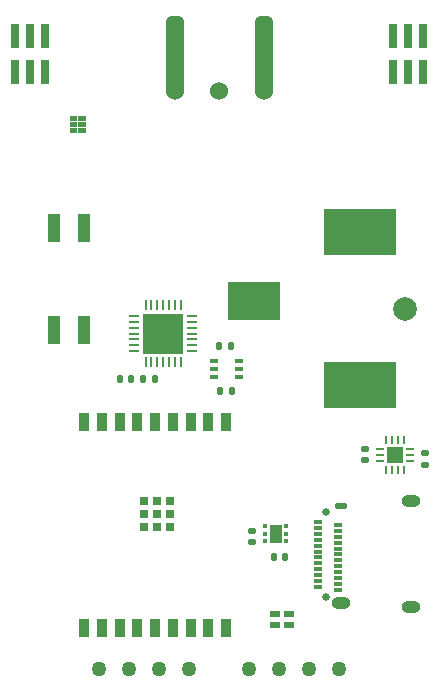
<source format=gbr>
%TF.GenerationSoftware,KiCad,Pcbnew,7.0.5*%
%TF.CreationDate,2023-06-26T09:37:40-04:00*%
%TF.ProjectId,ESP32Sensor-Sensor_board,45535033-3253-4656-9e73-6f722d53656e,rev?*%
%TF.SameCoordinates,Original*%
%TF.FileFunction,Soldermask,Top*%
%TF.FilePolarity,Negative*%
%FSLAX46Y46*%
G04 Gerber Fmt 4.6, Leading zero omitted, Abs format (unit mm)*
G04 Created by KiCad (PCBNEW 7.0.5) date 2023-06-26 09:37:40*
%MOMM*%
%LPD*%
G01*
G04 APERTURE LIST*
G04 Aperture macros list*
%AMRoundRect*
0 Rectangle with rounded corners*
0 $1 Rounding radius*
0 $2 $3 $4 $5 $6 $7 $8 $9 X,Y pos of 4 corners*
0 Add a 4 corners polygon primitive as box body*
4,1,4,$2,$3,$4,$5,$6,$7,$8,$9,$2,$3,0*
0 Add four circle primitives for the rounded corners*
1,1,$1+$1,$2,$3*
1,1,$1+$1,$4,$5*
1,1,$1+$1,$6,$7*
1,1,$1+$1,$8,$9*
0 Add four rect primitives between the rounded corners*
20,1,$1+$1,$2,$3,$4,$5,0*
20,1,$1+$1,$4,$5,$6,$7,0*
20,1,$1+$1,$6,$7,$8,$9,0*
20,1,$1+$1,$8,$9,$2,$3,0*%
G04 Aperture macros list end*
%ADD10RoundRect,0.140000X0.140000X0.170000X-0.140000X0.170000X-0.140000X-0.170000X0.140000X-0.170000X0*%
%ADD11RoundRect,0.135000X0.135000X0.185000X-0.135000X0.185000X-0.135000X-0.185000X0.135000X-0.185000X0*%
%ADD12C,0.650000*%
%ADD13O,1.100000X0.500000*%
%ADD14R,0.700000X0.300000*%
%ADD15O,1.600000X1.000000*%
%ADD16R,0.782500X0.355600*%
%ADD17RoundRect,0.093750X-0.093750X-0.106250X0.093750X-0.106250X0.093750X0.106250X-0.093750X0.106250X0*%
%ADD18R,1.000000X1.600000*%
%ADD19RoundRect,0.135000X-0.135000X-0.185000X0.135000X-0.185000X0.135000X0.185000X-0.135000X0.185000X0*%
%ADD20R,0.760000X2.030000*%
%ADD21R,0.550000X0.300000*%
%ADD22R,0.520000X0.300000*%
%ADD23RoundRect,0.062500X0.275000X0.062500X-0.275000X0.062500X-0.275000X-0.062500X0.275000X-0.062500X0*%
%ADD24RoundRect,0.062500X0.062500X0.275000X-0.062500X0.275000X-0.062500X-0.275000X0.062500X-0.275000X0*%
%ADD25R,1.450000X1.450000*%
%ADD26RoundRect,0.140000X-0.170000X0.140000X-0.170000X-0.140000X0.170000X-0.140000X0.170000X0.140000X0*%
%ADD27R,0.863600X0.508000*%
%ADD28RoundRect,0.062500X-0.337500X-0.062500X0.337500X-0.062500X0.337500X0.062500X-0.337500X0.062500X0*%
%ADD29RoundRect,0.062500X-0.062500X-0.337500X0.062500X-0.337500X0.062500X0.337500X-0.062500X0.337500X0*%
%ADD30R,3.350000X3.350000*%
%ADD31C,1.270000*%
%ADD32C,2.000000*%
%ADD33R,4.400000X3.300000*%
%ADD34R,6.200000X3.900000*%
%ADD35R,1.130000X2.440000*%
%ADD36RoundRect,0.381000X-0.381000X-2.794000X0.381000X-2.794000X0.381000X2.794000X-0.381000X2.794000X0*%
%ADD37C,1.524000*%
%ADD38R,0.889000X1.498600*%
%ADD39R,0.711200X0.711200*%
G04 APERTURE END LIST*
%TO.C,U6*%
G36*
X-11978000Y-11404001D02*
G01*
X-12638001Y-11404001D01*
X-12638001Y-10963999D01*
X-11978000Y-10963999D01*
X-11978000Y-11404001D01*
G37*
G36*
X-11978000Y-11904000D02*
G01*
X-12638001Y-11904000D01*
X-12638001Y-11464000D01*
X-11978000Y-11464000D01*
X-11978000Y-11904000D01*
G37*
G36*
X-11978000Y-12404001D02*
G01*
X-12638001Y-12404001D01*
X-12638001Y-11963999D01*
X-11978000Y-11963999D01*
X-11978000Y-12404001D01*
G37*
G36*
X-11237999Y-11404001D02*
G01*
X-11898000Y-11404001D01*
X-11898000Y-10963999D01*
X-11237999Y-10963999D01*
X-11237999Y-11404001D01*
G37*
G36*
X-11237999Y-11904000D02*
G01*
X-11898000Y-11904000D01*
X-11898000Y-11464000D01*
X-11237999Y-11464000D01*
X-11237999Y-11904000D01*
G37*
G36*
X-11237999Y-12404001D02*
G01*
X-11898000Y-12404001D01*
X-11898000Y-11963999D01*
X-11237999Y-11963999D01*
X-11237999Y-12404001D01*
G37*
%TD*%
D10*
%TO.C,C1*%
X-7414300Y-33195100D03*
X-8374300Y-33195100D03*
%TD*%
D11*
%TO.C,R1*%
X-5380300Y-33195100D03*
X-6400300Y-33195100D03*
%TD*%
D12*
%TO.C,J2*%
X9056000Y-51688000D03*
X9056000Y-44488000D03*
D13*
X10306000Y-43958000D03*
D14*
X8396000Y-50838000D03*
X8396000Y-50338000D03*
X8396000Y-49838000D03*
X8396000Y-49338000D03*
X8396000Y-48838000D03*
X8396000Y-48338000D03*
X8396000Y-47838000D03*
X8396000Y-47338000D03*
X8396000Y-46838000D03*
X8396000Y-46338000D03*
X8396000Y-45838000D03*
X8396000Y-45338000D03*
X10096000Y-45588000D03*
X10096000Y-46088000D03*
X10096000Y-46588000D03*
X10096000Y-47088000D03*
X10096000Y-47588000D03*
X10096000Y-48088000D03*
X10096000Y-48588000D03*
X10096000Y-49088000D03*
X10096000Y-49588000D03*
X10096000Y-50088000D03*
X10096000Y-50588000D03*
X10096000Y-51088000D03*
D15*
X10306000Y-52218000D03*
X16256000Y-52578000D03*
X16256000Y-43598000D03*
%TD*%
D16*
%TO.C,U4*%
X1699349Y-33034999D03*
X1699349Y-32385000D03*
X1699349Y-31735001D03*
X-429349Y-31735001D03*
X-429349Y-32385000D03*
X-429349Y-33034999D03*
%TD*%
D17*
%TO.C,U5*%
X3940000Y-45690000D03*
X3940000Y-46340000D03*
X3940000Y-46990000D03*
X5715000Y-46990000D03*
X5715000Y-46340000D03*
X5715000Y-45690000D03*
D18*
X4827500Y-46340000D03*
%TD*%
D19*
%TO.C,R2*%
X0Y-30480000D03*
X1020000Y-30480000D03*
%TD*%
D20*
%TO.C,J4*%
X-14730000Y-4180000D03*
X-14730000Y-7230000D03*
X-16000000Y-4180000D03*
X-16000000Y-7230000D03*
X-17270000Y-4180000D03*
X-17270000Y-7230000D03*
%TD*%
D21*
%TO.C,U6*%
X-12293013Y-11184001D03*
D22*
X-12307999Y-11684000D03*
X-12307999Y-12183999D03*
X-11568001Y-12183999D03*
X-11568001Y-11684000D03*
X-11568001Y-11184001D03*
%TD*%
D20*
%TO.C,J3*%
X17270000Y-4180000D03*
X17270000Y-7230000D03*
X16000000Y-4180000D03*
X16000000Y-7230000D03*
X14730000Y-4180000D03*
X14730000Y-7230000D03*
%TD*%
D10*
%TO.C,C4*%
X5589500Y-48330000D03*
X4629500Y-48330000D03*
%TD*%
D23*
%TO.C,U3*%
X16142500Y-40145000D03*
X16142500Y-39645000D03*
X16142500Y-39145000D03*
D24*
X15630000Y-38382500D03*
X15130000Y-38382500D03*
X14630000Y-38382500D03*
X14130000Y-38382500D03*
D23*
X13617500Y-39145000D03*
X13617500Y-39645000D03*
X13617500Y-40145000D03*
D24*
X14130000Y-40907500D03*
X14630000Y-40907500D03*
X15130000Y-40907500D03*
X15630000Y-40907500D03*
D25*
X14880000Y-39645000D03*
%TD*%
D26*
%TO.C,C3*%
X17420000Y-39525000D03*
X17420000Y-40485000D03*
%TD*%
D19*
%TO.C,R3*%
X125000Y-34290000D03*
X1145000Y-34290000D03*
%TD*%
D27*
%TO.C,U13*%
X4710999Y-53119000D03*
X4710999Y-54069000D03*
X5957001Y-54069000D03*
X5957001Y-53119000D03*
%TD*%
D28*
%TO.C,U2*%
X-7160300Y-27885100D03*
X-7160300Y-28385100D03*
X-7160300Y-28885100D03*
X-7160300Y-29385100D03*
X-7160300Y-29885100D03*
X-7160300Y-30385100D03*
X-7160300Y-30885100D03*
D29*
X-6210300Y-31835100D03*
X-5710300Y-31835100D03*
X-5210300Y-31835100D03*
X-4710300Y-31835100D03*
X-4210300Y-31835100D03*
X-3710300Y-31835100D03*
X-3210300Y-31835100D03*
D28*
X-2260300Y-30885100D03*
X-2260300Y-30385100D03*
X-2260300Y-29885100D03*
X-2260300Y-29385100D03*
X-2260300Y-28885100D03*
X-2260300Y-28385100D03*
X-2260300Y-27885100D03*
D29*
X-3210300Y-26935100D03*
X-3710300Y-26935100D03*
X-4210300Y-26935100D03*
X-4710300Y-26935100D03*
X-5210300Y-26935100D03*
X-5710300Y-26935100D03*
X-6210300Y-26935100D03*
D30*
X-4710300Y-29385100D03*
%TD*%
D31*
%TO.C,J5*%
X-10160000Y-57785000D03*
X-7620000Y-57785000D03*
X-5080000Y-57785000D03*
X-2540000Y-57785000D03*
%TD*%
D32*
%TO.C,J1*%
X15738000Y-27278000D03*
D33*
X2988000Y-26628000D03*
D34*
X11938000Y-33728000D03*
X11938000Y-20828000D03*
%TD*%
D35*
%TO.C,S1*%
X-13970000Y-29065000D03*
X-13970000Y-20465000D03*
X-11430000Y-29065000D03*
X-11430000Y-20465000D03*
%TD*%
D36*
%TO.C,PD1*%
X3810000Y-5715000D03*
D37*
X3810000Y-8890000D03*
D36*
X-3746500Y-5715000D03*
D37*
X-3746500Y-8890000D03*
X0Y-8890000D03*
%TD*%
D26*
%TO.C,C2*%
X12340000Y-39137000D03*
X12340000Y-40097000D03*
%TD*%
%TO.C,C5*%
X2795500Y-46100000D03*
X2795500Y-47060000D03*
%TD*%
D31*
%TO.C,J6*%
X2540000Y-57785000D03*
X5080000Y-57785000D03*
X7620000Y-57785000D03*
X10160000Y-57785000D03*
%TD*%
D38*
%TO.C,U1*%
X-11405087Y-54356000D03*
X-9905087Y-54356000D03*
X-8405085Y-54356000D03*
X-6905086Y-54356000D03*
X-5405086Y-54356000D03*
X-3905087Y-54356000D03*
X-2405087Y-54356000D03*
X-905085Y-54356000D03*
X594915Y-54356000D03*
X594915Y-36856000D03*
X-905085Y-36856000D03*
X-2405087Y-36856000D03*
X-3905087Y-36856000D03*
X-5405086Y-36856000D03*
X-6905086Y-36856000D03*
X-8405085Y-36856000D03*
X-9905087Y-36856000D03*
X-11405087Y-36856000D03*
D39*
X-6305110Y-45750198D03*
X-6305110Y-44650198D03*
X-6305110Y-43550198D03*
X-5205112Y-45750300D03*
X-5205112Y-44650300D03*
X-5205112Y-43550299D03*
X-4105114Y-45750198D03*
X-4105114Y-44650198D03*
X-4105114Y-43550198D03*
%TD*%
M02*

</source>
